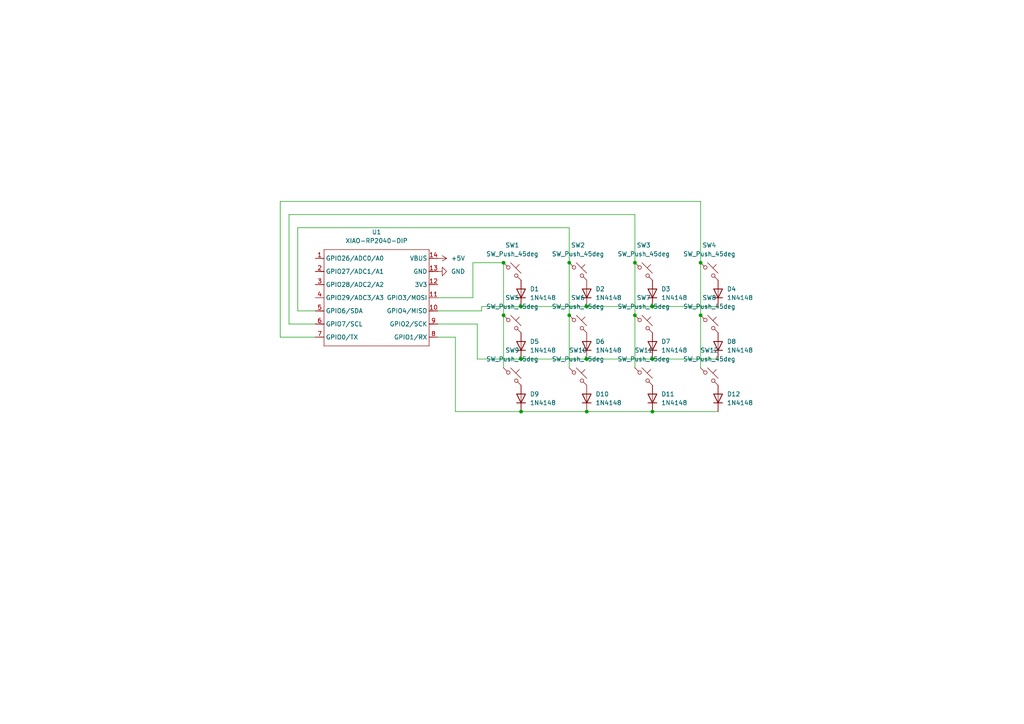
<source format=kicad_sch>
(kicad_sch
	(version 20250114)
	(generator "eeschema")
	(generator_version "9.0")
	(uuid "7ce9fe32-0302-45dd-a820-18f0f8c799ed")
	(paper "A4")
	(lib_symbols
		(symbol "Diode:1N4148"
			(pin_numbers
				(hide yes)
			)
			(pin_names
				(hide yes)
			)
			(exclude_from_sim no)
			(in_bom yes)
			(on_board yes)
			(property "Reference" "D"
				(at 0 2.54 0)
				(effects
					(font
						(size 1.27 1.27)
					)
				)
			)
			(property "Value" "1N4148"
				(at 0 -2.54 0)
				(effects
					(font
						(size 1.27 1.27)
					)
				)
			)
			(property "Footprint" "Diode_THT:D_DO-35_SOD27_P7.62mm_Horizontal"
				(at 0 0 0)
				(effects
					(font
						(size 1.27 1.27)
					)
					(hide yes)
				)
			)
			(property "Datasheet" "https://assets.nexperia.com/documents/data-sheet/1N4148_1N4448.pdf"
				(at 0 0 0)
				(effects
					(font
						(size 1.27 1.27)
					)
					(hide yes)
				)
			)
			(property "Description" "100V 0.15A standard switching diode, DO-35"
				(at 0 0 0)
				(effects
					(font
						(size 1.27 1.27)
					)
					(hide yes)
				)
			)
			(property "Sim.Device" "D"
				(at 0 0 0)
				(effects
					(font
						(size 1.27 1.27)
					)
					(hide yes)
				)
			)
			(property "Sim.Pins" "1=K 2=A"
				(at 0 0 0)
				(effects
					(font
						(size 1.27 1.27)
					)
					(hide yes)
				)
			)
			(property "ki_keywords" "diode"
				(at 0 0 0)
				(effects
					(font
						(size 1.27 1.27)
					)
					(hide yes)
				)
			)
			(property "ki_fp_filters" "D*DO?35*"
				(at 0 0 0)
				(effects
					(font
						(size 1.27 1.27)
					)
					(hide yes)
				)
			)
			(symbol "1N4148_0_1"
				(polyline
					(pts
						(xy -1.27 1.27) (xy -1.27 -1.27)
					)
					(stroke
						(width 0.254)
						(type default)
					)
					(fill
						(type none)
					)
				)
				(polyline
					(pts
						(xy 1.27 1.27) (xy 1.27 -1.27) (xy -1.27 0) (xy 1.27 1.27)
					)
					(stroke
						(width 0.254)
						(type default)
					)
					(fill
						(type none)
					)
				)
				(polyline
					(pts
						(xy 1.27 0) (xy -1.27 0)
					)
					(stroke
						(width 0)
						(type default)
					)
					(fill
						(type none)
					)
				)
			)
			(symbol "1N4148_1_1"
				(pin passive line
					(at -3.81 0 0)
					(length 2.54)
					(name "K"
						(effects
							(font
								(size 1.27 1.27)
							)
						)
					)
					(number "1"
						(effects
							(font
								(size 1.27 1.27)
							)
						)
					)
				)
				(pin passive line
					(at 3.81 0 180)
					(length 2.54)
					(name "A"
						(effects
							(font
								(size 1.27 1.27)
							)
						)
					)
					(number "2"
						(effects
							(font
								(size 1.27 1.27)
							)
						)
					)
				)
			)
			(embedded_fonts no)
		)
		(symbol "Switch:SW_Push_45deg"
			(pin_numbers
				(hide yes)
			)
			(pin_names
				(offset 1.016)
				(hide yes)
			)
			(exclude_from_sim no)
			(in_bom yes)
			(on_board yes)
			(property "Reference" "SW"
				(at 3.048 1.016 0)
				(effects
					(font
						(size 1.27 1.27)
					)
					(justify left)
				)
			)
			(property "Value" "SW_Push_45deg"
				(at 0 -3.81 0)
				(effects
					(font
						(size 1.27 1.27)
					)
				)
			)
			(property "Footprint" ""
				(at 0 0 0)
				(effects
					(font
						(size 1.27 1.27)
					)
					(hide yes)
				)
			)
			(property "Datasheet" "~"
				(at 0 0 0)
				(effects
					(font
						(size 1.27 1.27)
					)
					(hide yes)
				)
			)
			(property "Description" "Push button switch, normally open, two pins, 45° tilted"
				(at 0 0 0)
				(effects
					(font
						(size 1.27 1.27)
					)
					(hide yes)
				)
			)
			(property "ki_keywords" "switch normally-open pushbutton push-button"
				(at 0 0 0)
				(effects
					(font
						(size 1.27 1.27)
					)
					(hide yes)
				)
			)
			(symbol "SW_Push_45deg_0_1"
				(polyline
					(pts
						(xy -2.54 2.54) (xy -1.524 1.524) (xy -1.524 1.524)
					)
					(stroke
						(width 0)
						(type default)
					)
					(fill
						(type none)
					)
				)
				(circle
					(center -1.1684 1.1684)
					(radius 0.508)
					(stroke
						(width 0)
						(type default)
					)
					(fill
						(type none)
					)
				)
				(polyline
					(pts
						(xy -0.508 2.54) (xy 2.54 -0.508)
					)
					(stroke
						(width 0)
						(type default)
					)
					(fill
						(type none)
					)
				)
				(polyline
					(pts
						(xy 1.016 1.016) (xy 2.032 2.032)
					)
					(stroke
						(width 0)
						(type default)
					)
					(fill
						(type none)
					)
				)
				(circle
					(center 1.143 -1.1938)
					(radius 0.508)
					(stroke
						(width 0)
						(type default)
					)
					(fill
						(type none)
					)
				)
				(polyline
					(pts
						(xy 1.524 -1.524) (xy 2.54 -2.54) (xy 2.54 -2.54) (xy 2.54 -2.54)
					)
					(stroke
						(width 0)
						(type default)
					)
					(fill
						(type none)
					)
				)
				(pin passive line
					(at -2.54 2.54 0)
					(length 0)
					(name "1"
						(effects
							(font
								(size 1.27 1.27)
							)
						)
					)
					(number "1"
						(effects
							(font
								(size 1.27 1.27)
							)
						)
					)
				)
				(pin passive line
					(at 2.54 -2.54 180)
					(length 0)
					(name "2"
						(effects
							(font
								(size 1.27 1.27)
							)
						)
					)
					(number "2"
						(effects
							(font
								(size 1.27 1.27)
							)
						)
					)
				)
			)
			(embedded_fonts no)
		)
		(symbol "meow:XIAO-RP2040-DIP"
			(exclude_from_sim no)
			(in_bom yes)
			(on_board yes)
			(property "Reference" "U"
				(at 0 0 0)
				(effects
					(font
						(size 1.27 1.27)
					)
				)
			)
			(property "Value" "XIAO-RP2040-DIP"
				(at 5.334 -1.778 0)
				(effects
					(font
						(size 1.27 1.27)
					)
				)
			)
			(property "Footprint" "OPL:XIAO-RP2040-DIP"
				(at 14.478 -32.258 0)
				(effects
					(font
						(size 1.27 1.27)
					)
					(hide yes)
				)
			)
			(property "Datasheet" ""
				(at 0 0 0)
				(effects
					(font
						(size 1.27 1.27)
					)
					(hide yes)
				)
			)
			(property "Description" ""
				(at 0 0 0)
				(effects
					(font
						(size 1.27 1.27)
					)
					(hide yes)
				)
			)
			(symbol "XIAO-RP2040-DIP_1_0"
				(polyline
					(pts
						(xy -1.27 -2.54) (xy 29.21 -2.54)
					)
					(stroke
						(width 0.1524)
						(type solid)
					)
					(fill
						(type none)
					)
				)
				(polyline
					(pts
						(xy -1.27 -5.08) (xy -2.54 -5.08)
					)
					(stroke
						(width 0.1524)
						(type solid)
					)
					(fill
						(type none)
					)
				)
				(polyline
					(pts
						(xy -1.27 -5.08) (xy -1.27 -2.54)
					)
					(stroke
						(width 0.1524)
						(type solid)
					)
					(fill
						(type none)
					)
				)
				(polyline
					(pts
						(xy -1.27 -8.89) (xy -2.54 -8.89)
					)
					(stroke
						(width 0.1524)
						(type solid)
					)
					(fill
						(type none)
					)
				)
				(polyline
					(pts
						(xy -1.27 -8.89) (xy -1.27 -5.08)
					)
					(stroke
						(width 0.1524)
						(type solid)
					)
					(fill
						(type none)
					)
				)
				(polyline
					(pts
						(xy -1.27 -12.7) (xy -2.54 -12.7)
					)
					(stroke
						(width 0.1524)
						(type solid)
					)
					(fill
						(type none)
					)
				)
				(polyline
					(pts
						(xy -1.27 -12.7) (xy -1.27 -8.89)
					)
					(stroke
						(width 0.1524)
						(type solid)
					)
					(fill
						(type none)
					)
				)
				(polyline
					(pts
						(xy -1.27 -16.51) (xy -2.54 -16.51)
					)
					(stroke
						(width 0.1524)
						(type solid)
					)
					(fill
						(type none)
					)
				)
				(polyline
					(pts
						(xy -1.27 -16.51) (xy -1.27 -12.7)
					)
					(stroke
						(width 0.1524)
						(type solid)
					)
					(fill
						(type none)
					)
				)
				(polyline
					(pts
						(xy -1.27 -20.32) (xy -2.54 -20.32)
					)
					(stroke
						(width 0.1524)
						(type solid)
					)
					(fill
						(type none)
					)
				)
				(polyline
					(pts
						(xy -1.27 -24.13) (xy -2.54 -24.13)
					)
					(stroke
						(width 0.1524)
						(type solid)
					)
					(fill
						(type none)
					)
				)
				(polyline
					(pts
						(xy -1.27 -27.94) (xy -2.54 -27.94)
					)
					(stroke
						(width 0.1524)
						(type solid)
					)
					(fill
						(type none)
					)
				)
				(polyline
					(pts
						(xy -1.27 -30.48) (xy -1.27 -16.51)
					)
					(stroke
						(width 0.1524)
						(type solid)
					)
					(fill
						(type none)
					)
				)
				(polyline
					(pts
						(xy 29.21 -2.54) (xy 29.21 -5.08)
					)
					(stroke
						(width 0.1524)
						(type solid)
					)
					(fill
						(type none)
					)
				)
				(polyline
					(pts
						(xy 29.21 -5.08) (xy 29.21 -8.89)
					)
					(stroke
						(width 0.1524)
						(type solid)
					)
					(fill
						(type none)
					)
				)
				(polyline
					(pts
						(xy 29.21 -8.89) (xy 29.21 -12.7)
					)
					(stroke
						(width 0.1524)
						(type solid)
					)
					(fill
						(type none)
					)
				)
				(polyline
					(pts
						(xy 29.21 -12.7) (xy 29.21 -30.48)
					)
					(stroke
						(width 0.1524)
						(type solid)
					)
					(fill
						(type none)
					)
				)
				(polyline
					(pts
						(xy 29.21 -30.48) (xy -1.27 -30.48)
					)
					(stroke
						(width 0.1524)
						(type solid)
					)
					(fill
						(type none)
					)
				)
				(polyline
					(pts
						(xy 30.48 -5.08) (xy 29.21 -5.08)
					)
					(stroke
						(width 0.1524)
						(type solid)
					)
					(fill
						(type none)
					)
				)
				(polyline
					(pts
						(xy 30.48 -8.89) (xy 29.21 -8.89)
					)
					(stroke
						(width 0.1524)
						(type solid)
					)
					(fill
						(type none)
					)
				)
				(polyline
					(pts
						(xy 30.48 -12.7) (xy 29.21 -12.7)
					)
					(stroke
						(width 0.1524)
						(type solid)
					)
					(fill
						(type none)
					)
				)
				(polyline
					(pts
						(xy 30.48 -16.51) (xy 29.21 -16.51)
					)
					(stroke
						(width 0.1524)
						(type solid)
					)
					(fill
						(type none)
					)
				)
				(polyline
					(pts
						(xy 30.48 -20.32) (xy 29.21 -20.32)
					)
					(stroke
						(width 0.1524)
						(type solid)
					)
					(fill
						(type none)
					)
				)
				(polyline
					(pts
						(xy 30.48 -24.13) (xy 29.21 -24.13)
					)
					(stroke
						(width 0.1524)
						(type solid)
					)
					(fill
						(type none)
					)
				)
				(polyline
					(pts
						(xy 30.48 -27.94) (xy 29.21 -27.94)
					)
					(stroke
						(width 0.1524)
						(type solid)
					)
					(fill
						(type none)
					)
				)
				(pin passive line
					(at -3.81 -5.08 0)
					(length 2.54)
					(name "GPIO26/ADC0/A0"
						(effects
							(font
								(size 1.27 1.27)
							)
						)
					)
					(number "1"
						(effects
							(font
								(size 1.27 1.27)
							)
						)
					)
				)
				(pin passive line
					(at -3.81 -8.89 0)
					(length 2.54)
					(name "GPIO27/ADC1/A1"
						(effects
							(font
								(size 1.27 1.27)
							)
						)
					)
					(number "2"
						(effects
							(font
								(size 1.27 1.27)
							)
						)
					)
				)
				(pin passive line
					(at -3.81 -12.7 0)
					(length 2.54)
					(name "GPIO28/ADC2/A2"
						(effects
							(font
								(size 1.27 1.27)
							)
						)
					)
					(number "3"
						(effects
							(font
								(size 1.27 1.27)
							)
						)
					)
				)
				(pin passive line
					(at -3.81 -16.51 0)
					(length 2.54)
					(name "GPIO29/ADC3/A3"
						(effects
							(font
								(size 1.27 1.27)
							)
						)
					)
					(number "4"
						(effects
							(font
								(size 1.27 1.27)
							)
						)
					)
				)
				(pin passive line
					(at -3.81 -20.32 0)
					(length 2.54)
					(name "GPIO6/SDA"
						(effects
							(font
								(size 1.27 1.27)
							)
						)
					)
					(number "5"
						(effects
							(font
								(size 1.27 1.27)
							)
						)
					)
				)
				(pin passive line
					(at -3.81 -24.13 0)
					(length 2.54)
					(name "GPIO7/SCL"
						(effects
							(font
								(size 1.27 1.27)
							)
						)
					)
					(number "6"
						(effects
							(font
								(size 1.27 1.27)
							)
						)
					)
				)
				(pin passive line
					(at -3.81 -27.94 0)
					(length 2.54)
					(name "GPIO0/TX"
						(effects
							(font
								(size 1.27 1.27)
							)
						)
					)
					(number "7"
						(effects
							(font
								(size 1.27 1.27)
							)
						)
					)
				)
				(pin passive line
					(at 31.75 -5.08 180)
					(length 2.54)
					(name "VBUS"
						(effects
							(font
								(size 1.27 1.27)
							)
						)
					)
					(number "14"
						(effects
							(font
								(size 1.27 1.27)
							)
						)
					)
				)
				(pin passive line
					(at 31.75 -8.89 180)
					(length 2.54)
					(name "GND"
						(effects
							(font
								(size 1.27 1.27)
							)
						)
					)
					(number "13"
						(effects
							(font
								(size 1.27 1.27)
							)
						)
					)
				)
				(pin passive line
					(at 31.75 -12.7 180)
					(length 2.54)
					(name "3V3"
						(effects
							(font
								(size 1.27 1.27)
							)
						)
					)
					(number "12"
						(effects
							(font
								(size 1.27 1.27)
							)
						)
					)
				)
				(pin passive line
					(at 31.75 -16.51 180)
					(length 2.54)
					(name "GPIO3/MOSI"
						(effects
							(font
								(size 1.27 1.27)
							)
						)
					)
					(number "11"
						(effects
							(font
								(size 1.27 1.27)
							)
						)
					)
				)
				(pin passive line
					(at 31.75 -20.32 180)
					(length 2.54)
					(name "GPIO4/MISO"
						(effects
							(font
								(size 1.27 1.27)
							)
						)
					)
					(number "10"
						(effects
							(font
								(size 1.27 1.27)
							)
						)
					)
				)
				(pin passive line
					(at 31.75 -24.13 180)
					(length 2.54)
					(name "GPIO2/SCK"
						(effects
							(font
								(size 1.27 1.27)
							)
						)
					)
					(number "9"
						(effects
							(font
								(size 1.27 1.27)
							)
						)
					)
				)
				(pin passive line
					(at 31.75 -27.94 180)
					(length 2.54)
					(name "GPIO1/RX"
						(effects
							(font
								(size 1.27 1.27)
							)
						)
					)
					(number "8"
						(effects
							(font
								(size 1.27 1.27)
							)
						)
					)
				)
			)
			(embedded_fonts no)
		)
		(symbol "power:+5V"
			(power)
			(pin_numbers
				(hide yes)
			)
			(pin_names
				(offset 0)
				(hide yes)
			)
			(exclude_from_sim no)
			(in_bom yes)
			(on_board yes)
			(property "Reference" "#PWR"
				(at 0 -3.81 0)
				(effects
					(font
						(size 1.27 1.27)
					)
					(hide yes)
				)
			)
			(property "Value" "+5V"
				(at 0 3.556 0)
				(effects
					(font
						(size 1.27 1.27)
					)
				)
			)
			(property "Footprint" ""
				(at 0 0 0)
				(effects
					(font
						(size 1.27 1.27)
					)
					(hide yes)
				)
			)
			(property "Datasheet" ""
				(at 0 0 0)
				(effects
					(font
						(size 1.27 1.27)
					)
					(hide yes)
				)
			)
			(property "Description" "Power symbol creates a global label with name \"+5V\""
				(at 0 0 0)
				(effects
					(font
						(size 1.27 1.27)
					)
					(hide yes)
				)
			)
			(property "ki_keywords" "global power"
				(at 0 0 0)
				(effects
					(font
						(size 1.27 1.27)
					)
					(hide yes)
				)
			)
			(symbol "+5V_0_1"
				(polyline
					(pts
						(xy -0.762 1.27) (xy 0 2.54)
					)
					(stroke
						(width 0)
						(type default)
					)
					(fill
						(type none)
					)
				)
				(polyline
					(pts
						(xy 0 2.54) (xy 0.762 1.27)
					)
					(stroke
						(width 0)
						(type default)
					)
					(fill
						(type none)
					)
				)
				(polyline
					(pts
						(xy 0 0) (xy 0 2.54)
					)
					(stroke
						(width 0)
						(type default)
					)
					(fill
						(type none)
					)
				)
			)
			(symbol "+5V_1_1"
				(pin power_in line
					(at 0 0 90)
					(length 0)
					(name "~"
						(effects
							(font
								(size 1.27 1.27)
							)
						)
					)
					(number "1"
						(effects
							(font
								(size 1.27 1.27)
							)
						)
					)
				)
			)
			(embedded_fonts no)
		)
		(symbol "power:GND"
			(power)
			(pin_numbers
				(hide yes)
			)
			(pin_names
				(offset 0)
				(hide yes)
			)
			(exclude_from_sim no)
			(in_bom yes)
			(on_board yes)
			(property "Reference" "#PWR"
				(at 0 -6.35 0)
				(effects
					(font
						(size 1.27 1.27)
					)
					(hide yes)
				)
			)
			(property "Value" "GND"
				(at 0 -3.81 0)
				(effects
					(font
						(size 1.27 1.27)
					)
				)
			)
			(property "Footprint" ""
				(at 0 0 0)
				(effects
					(font
						(size 1.27 1.27)
					)
					(hide yes)
				)
			)
			(property "Datasheet" ""
				(at 0 0 0)
				(effects
					(font
						(size 1.27 1.27)
					)
					(hide yes)
				)
			)
			(property "Description" "Power symbol creates a global label with name \"GND\" , ground"
				(at 0 0 0)
				(effects
					(font
						(size 1.27 1.27)
					)
					(hide yes)
				)
			)
			(property "ki_keywords" "global power"
				(at 0 0 0)
				(effects
					(font
						(size 1.27 1.27)
					)
					(hide yes)
				)
			)
			(symbol "GND_0_1"
				(polyline
					(pts
						(xy 0 0) (xy 0 -1.27) (xy 1.27 -1.27) (xy 0 -2.54) (xy -1.27 -1.27) (xy 0 -1.27)
					)
					(stroke
						(width 0)
						(type default)
					)
					(fill
						(type none)
					)
				)
			)
			(symbol "GND_1_1"
				(pin power_in line
					(at 0 0 270)
					(length 0)
					(name "~"
						(effects
							(font
								(size 1.27 1.27)
							)
						)
					)
					(number "1"
						(effects
							(font
								(size 1.27 1.27)
							)
						)
					)
				)
			)
			(embedded_fonts no)
		)
	)
	(junction
		(at 170.18 88.9)
		(diameter 0)
		(color 0 0 0 0)
		(uuid "06bba096-2e6b-4362-82a1-47a5c4ac227a")
	)
	(junction
		(at 170.18 104.14)
		(diameter 0)
		(color 0 0 0 0)
		(uuid "15338c89-41dc-4b89-88c8-016f85458a67")
	)
	(junction
		(at 203.2 91.44)
		(diameter 0)
		(color 0 0 0 0)
		(uuid "2177fe5e-445d-483d-a1a1-b6eb55ca78f6")
	)
	(junction
		(at 170.18 119.38)
		(diameter 0)
		(color 0 0 0 0)
		(uuid "2fcf7ed4-e669-461e-90d8-b884fcdd8c40")
	)
	(junction
		(at 203.2 76.2)
		(diameter 0)
		(color 0 0 0 0)
		(uuid "3b72e726-9e0a-45e5-a724-43109cc0c07b")
	)
	(junction
		(at 189.23 119.38)
		(diameter 0)
		(color 0 0 0 0)
		(uuid "51dda7d8-a423-4b48-a85c-f6b065004843")
	)
	(junction
		(at 151.13 119.38)
		(diameter 0)
		(color 0 0 0 0)
		(uuid "5da25eaf-6391-4b60-8751-faa7cf25c514")
	)
	(junction
		(at 165.1 76.2)
		(diameter 0)
		(color 0 0 0 0)
		(uuid "6ffeb522-37e5-4957-a3f3-a199c0a6604c")
	)
	(junction
		(at 184.15 91.44)
		(diameter 0)
		(color 0 0 0 0)
		(uuid "98f1819f-4796-4494-bb9c-66801b77df14")
	)
	(junction
		(at 151.13 88.9)
		(diameter 0)
		(color 0 0 0 0)
		(uuid "9a6dc055-be56-4c6a-9837-021cbadc24fd")
	)
	(junction
		(at 165.1 91.44)
		(diameter 0)
		(color 0 0 0 0)
		(uuid "9ce82035-3546-423c-855e-4340ac54a938")
	)
	(junction
		(at 189.23 88.9)
		(diameter 0)
		(color 0 0 0 0)
		(uuid "a38c422a-a3ca-49f9-ab7d-a04590092dd9")
	)
	(junction
		(at 184.15 76.2)
		(diameter 0)
		(color 0 0 0 0)
		(uuid "b7a40a90-4762-45d7-80a0-c6506532d910")
	)
	(junction
		(at 151.13 104.14)
		(diameter 0)
		(color 0 0 0 0)
		(uuid "c1c96c42-ae7e-4a0a-9edc-58f7066f1f93")
	)
	(junction
		(at 146.05 91.44)
		(diameter 0)
		(color 0 0 0 0)
		(uuid "e3b45906-ae27-4c3f-869d-f1fda0056c84")
	)
	(junction
		(at 189.23 104.14)
		(diameter 0)
		(color 0 0 0 0)
		(uuid "f7893b63-230b-4de4-8f44-ec39314ec916")
	)
	(junction
		(at 146.05 76.2)
		(diameter 0)
		(color 0 0 0 0)
		(uuid "fbbbb8f2-ded9-40f3-9a67-586163581a6c")
	)
	(wire
		(pts
			(xy 170.18 104.14) (xy 189.23 104.14)
		)
		(stroke
			(width 0)
			(type default)
		)
		(uuid "05ee00e6-b35b-4621-a509-5984dbc58a35")
	)
	(wire
		(pts
			(xy 184.15 62.23) (xy 184.15 76.2)
		)
		(stroke
			(width 0)
			(type default)
		)
		(uuid "0b998195-0909-42ef-a592-f2d818a817c0")
	)
	(wire
		(pts
			(xy 151.13 88.9) (xy 170.18 88.9)
		)
		(stroke
			(width 0)
			(type default)
		)
		(uuid "0f98bebd-b2a9-4542-92dd-3ff049ffcda0")
	)
	(wire
		(pts
			(xy 139.7 90.17) (xy 139.7 88.9)
		)
		(stroke
			(width 0)
			(type default)
		)
		(uuid "1154d5ad-4118-4e12-84f7-c758359accc6")
	)
	(wire
		(pts
			(xy 189.23 119.38) (xy 208.28 119.38)
		)
		(stroke
			(width 0)
			(type default)
		)
		(uuid "1b61f554-c55b-4cbd-8ef1-9e8c48205735")
	)
	(wire
		(pts
			(xy 127 97.79) (xy 132.08 97.79)
		)
		(stroke
			(width 0)
			(type default)
		)
		(uuid "1c43adf1-ba59-40bb-9bc0-50cea744a9e2")
	)
	(wire
		(pts
			(xy 91.44 93.98) (xy 83.82 93.98)
		)
		(stroke
			(width 0)
			(type default)
		)
		(uuid "1cc9d879-cf8e-4a92-8f7f-37155fbf1b6e")
	)
	(wire
		(pts
			(xy 184.15 76.2) (xy 184.15 91.44)
		)
		(stroke
			(width 0)
			(type default)
		)
		(uuid "2542c397-df53-4e16-8d11-93ad95665193")
	)
	(wire
		(pts
			(xy 151.13 119.38) (xy 170.18 119.38)
		)
		(stroke
			(width 0)
			(type default)
		)
		(uuid "267cd0d3-be64-45df-86f4-7247cc4a3f72")
	)
	(wire
		(pts
			(xy 146.05 91.44) (xy 146.05 106.68)
		)
		(stroke
			(width 0)
			(type default)
		)
		(uuid "276833cb-bef2-47fa-8a58-185bd62e59f9")
	)
	(wire
		(pts
			(xy 138.43 104.14) (xy 151.13 104.14)
		)
		(stroke
			(width 0)
			(type default)
		)
		(uuid "294df9d0-f1f9-4f22-b4d2-915783db4d9c")
	)
	(wire
		(pts
			(xy 81.28 58.42) (xy 203.2 58.42)
		)
		(stroke
			(width 0)
			(type default)
		)
		(uuid "2f852fe2-09ed-425e-916a-972a8f170abf")
	)
	(wire
		(pts
			(xy 81.28 97.79) (xy 81.28 58.42)
		)
		(stroke
			(width 0)
			(type default)
		)
		(uuid "3dd9f59a-bd14-4572-b357-bc6bed80e2cc")
	)
	(wire
		(pts
			(xy 127 86.36) (xy 137.16 86.36)
		)
		(stroke
			(width 0)
			(type default)
		)
		(uuid "41321a42-3167-46f7-b276-c69e5d39b88b")
	)
	(wire
		(pts
			(xy 127 90.17) (xy 139.7 90.17)
		)
		(stroke
			(width 0)
			(type default)
		)
		(uuid "4145ece3-de72-40a4-9e38-7c235ade60b0")
	)
	(wire
		(pts
			(xy 203.2 58.42) (xy 203.2 76.2)
		)
		(stroke
			(width 0)
			(type default)
		)
		(uuid "4233acd7-4f5a-4c16-ba1e-fd3242ee9262")
	)
	(wire
		(pts
			(xy 170.18 119.38) (xy 189.23 119.38)
		)
		(stroke
			(width 0)
			(type default)
		)
		(uuid "4687d308-0089-4e35-a96f-9b06e3ad7797")
	)
	(wire
		(pts
			(xy 132.08 119.38) (xy 151.13 119.38)
		)
		(stroke
			(width 0)
			(type default)
		)
		(uuid "46ca1616-5a6c-4924-92a7-d477eba756d2")
	)
	(wire
		(pts
			(xy 189.23 88.9) (xy 208.28 88.9)
		)
		(stroke
			(width 0)
			(type default)
		)
		(uuid "4dc2e37b-6a50-4189-ac61-e272e31fecff")
	)
	(wire
		(pts
			(xy 165.1 66.04) (xy 86.36 66.04)
		)
		(stroke
			(width 0)
			(type default)
		)
		(uuid "55cb3c22-559e-4c81-9492-c6f9773695aa")
	)
	(wire
		(pts
			(xy 184.15 91.44) (xy 184.15 106.68)
		)
		(stroke
			(width 0)
			(type default)
		)
		(uuid "6e08f145-9401-4943-b72b-61a973175e9f")
	)
	(wire
		(pts
			(xy 203.2 91.44) (xy 203.2 106.68)
		)
		(stroke
			(width 0)
			(type default)
		)
		(uuid "6ffe92d1-ba58-43df-814b-6389319dd242")
	)
	(wire
		(pts
			(xy 203.2 76.2) (xy 203.2 91.44)
		)
		(stroke
			(width 0)
			(type default)
		)
		(uuid "73440d56-38e2-450a-9d9e-8a8804d4a4b8")
	)
	(wire
		(pts
			(xy 83.82 93.98) (xy 83.82 62.23)
		)
		(stroke
			(width 0)
			(type default)
		)
		(uuid "75a5c5d6-03ec-4207-8ec2-dbe96a385753")
	)
	(wire
		(pts
			(xy 127 93.98) (xy 138.43 93.98)
		)
		(stroke
			(width 0)
			(type default)
		)
		(uuid "76241a67-1bf7-44d9-be56-ccb60b7742a8")
	)
	(wire
		(pts
			(xy 165.1 91.44) (xy 165.1 106.68)
		)
		(stroke
			(width 0)
			(type default)
		)
		(uuid "7c783e56-74af-48b9-bc74-c936e1b79648")
	)
	(wire
		(pts
			(xy 138.43 93.98) (xy 138.43 104.14)
		)
		(stroke
			(width 0)
			(type default)
		)
		(uuid "95c9a8a2-8c64-42eb-8277-2cc7f90ce226")
	)
	(wire
		(pts
			(xy 132.08 97.79) (xy 132.08 119.38)
		)
		(stroke
			(width 0)
			(type default)
		)
		(uuid "a141cc20-eadd-4233-8830-2228ae033bf4")
	)
	(wire
		(pts
			(xy 83.82 62.23) (xy 184.15 62.23)
		)
		(stroke
			(width 0)
			(type default)
		)
		(uuid "abfe7ffa-4026-4177-9c8f-08d0c40c31a2")
	)
	(wire
		(pts
			(xy 189.23 104.14) (xy 208.28 104.14)
		)
		(stroke
			(width 0)
			(type default)
		)
		(uuid "bb9497b8-62d7-4531-8d08-c64303c793e1")
	)
	(wire
		(pts
			(xy 170.18 88.9) (xy 189.23 88.9)
		)
		(stroke
			(width 0)
			(type default)
		)
		(uuid "bc907ef5-ed18-4b54-bc5b-49fa3db84b3e")
	)
	(wire
		(pts
			(xy 86.36 90.17) (xy 91.44 90.17)
		)
		(stroke
			(width 0)
			(type default)
		)
		(uuid "bd8fad8a-4beb-4564-9f63-ce22cfe82d1e")
	)
	(wire
		(pts
			(xy 146.05 76.2) (xy 146.05 91.44)
		)
		(stroke
			(width 0)
			(type default)
		)
		(uuid "bf0d5b7d-b3dc-42fe-978e-ccdcce283ee3")
	)
	(wire
		(pts
			(xy 139.7 88.9) (xy 151.13 88.9)
		)
		(stroke
			(width 0)
			(type default)
		)
		(uuid "bf209522-7ea8-43b0-9b0e-6163fb12f270")
	)
	(wire
		(pts
			(xy 165.1 66.04) (xy 165.1 76.2)
		)
		(stroke
			(width 0)
			(type default)
		)
		(uuid "c73f11bf-84d0-41fc-a104-af50fef4f355")
	)
	(wire
		(pts
			(xy 151.13 104.14) (xy 170.18 104.14)
		)
		(stroke
			(width 0)
			(type default)
		)
		(uuid "ce5780b2-cd35-4aee-8b8c-c27b73647a7a")
	)
	(wire
		(pts
			(xy 91.44 97.79) (xy 81.28 97.79)
		)
		(stroke
			(width 0)
			(type default)
		)
		(uuid "d9c8da83-b5e9-4c5d-8b14-3db79dc231ef")
	)
	(wire
		(pts
			(xy 86.36 66.04) (xy 86.36 90.17)
		)
		(stroke
			(width 0)
			(type default)
		)
		(uuid "dfe9f6a7-430c-4a4f-ade1-0a33173ed650")
	)
	(wire
		(pts
			(xy 165.1 76.2) (xy 165.1 91.44)
		)
		(stroke
			(width 0)
			(type default)
		)
		(uuid "e457ade5-7077-4c6d-b8ee-1725c65a1d22")
	)
	(wire
		(pts
			(xy 137.16 86.36) (xy 137.16 76.2)
		)
		(stroke
			(width 0)
			(type default)
		)
		(uuid "e61195b0-cd47-4b30-b035-2ef8f7bd9586")
	)
	(wire
		(pts
			(xy 137.16 76.2) (xy 146.05 76.2)
		)
		(stroke
			(width 0)
			(type default)
		)
		(uuid "fb4ba353-1da6-40c7-b184-12869a81f226")
	)
	(symbol
		(lib_id "Switch:SW_Push_45deg")
		(at 167.64 93.98 0)
		(unit 1)
		(exclude_from_sim no)
		(in_bom yes)
		(on_board yes)
		(dnp no)
		(fields_autoplaced yes)
		(uuid "0de4042e-d64f-4eaf-915a-f94542058b86")
		(property "Reference" "SW6"
			(at 167.64 86.36 0)
			(effects
				(font
					(size 1.27 1.27)
				)
			)
		)
		(property "Value" "SW_Push_45deg"
			(at 167.64 88.9 0)
			(effects
				(font
					(size 1.27 1.27)
				)
			)
		)
		(property "Footprint" "Button_Switch_Keyboard:SW_Cherry_MX_1.00u_PCB"
			(at 167.64 93.98 0)
			(effects
				(font
					(size 1.27 1.27)
				)
				(hide yes)
			)
		)
		(property "Datasheet" "~"
			(at 167.64 93.98 0)
			(effects
				(font
					(size 1.27 1.27)
				)
				(hide yes)
			)
		)
		(property "Description" "Push button switch, normally open, two pins, 45° tilted"
			(at 167.64 93.98 0)
			(effects
				(font
					(size 1.27 1.27)
				)
				(hide yes)
			)
		)
		(pin "1"
			(uuid "0dd45c82-98d4-490c-9d47-2bc4bb6fade1")
		)
		(pin "2"
			(uuid "e8b70809-8756-4fa8-9c7f-3183404c3a27")
		)
		(instances
			(project ""
				(path "/7ce9fe32-0302-45dd-a820-18f0f8c799ed"
					(reference "SW6")
					(unit 1)
				)
			)
		)
	)
	(symbol
		(lib_id "Diode:1N4148")
		(at 208.28 85.09 90)
		(unit 1)
		(exclude_from_sim no)
		(in_bom yes)
		(on_board yes)
		(dnp no)
		(fields_autoplaced yes)
		(uuid "118add2b-a7aa-411c-99d7-0af0007d9dcd")
		(property "Reference" "D4"
			(at 210.82 83.8199 90)
			(effects
				(font
					(size 1.27 1.27)
				)
				(justify right)
			)
		)
		(property "Value" "1N4148"
			(at 210.82 86.3599 90)
			(effects
				(font
					(size 1.27 1.27)
				)
				(justify right)
			)
		)
		(property "Footprint" "Diode_THT:D_DO-35_SOD27_P7.62mm_Horizontal"
			(at 208.28 85.09 0)
			(effects
				(font
					(size 1.27 1.27)
				)
				(hide yes)
			)
		)
		(property "Datasheet" "https://assets.nexperia.com/documents/data-sheet/1N4148_1N4448.pdf"
			(at 208.28 85.09 0)
			(effects
				(font
					(size 1.27 1.27)
				)
				(hide yes)
			)
		)
		(property "Description" "100V 0.15A standard switching diode, DO-35"
			(at 208.28 85.09 0)
			(effects
				(font
					(size 1.27 1.27)
				)
				(hide yes)
			)
		)
		(property "Sim.Device" "D"
			(at 208.28 85.09 0)
			(effects
				(font
					(size 1.27 1.27)
				)
				(hide yes)
			)
		)
		(property "Sim.Pins" "1=K 2=A"
			(at 208.28 85.09 0)
			(effects
				(font
					(size 1.27 1.27)
				)
				(hide yes)
			)
		)
		(pin "1"
			(uuid "a0634696-56f8-4fc6-82ec-cffd907a096c")
		)
		(pin "2"
			(uuid "50198d40-fd61-4b0f-b93a-4cce0deac69c")
		)
		(instances
			(project ""
				(path "/7ce9fe32-0302-45dd-a820-18f0f8c799ed"
					(reference "D4")
					(unit 1)
				)
			)
		)
	)
	(symbol
		(lib_id "Diode:1N4148")
		(at 208.28 115.57 90)
		(unit 1)
		(exclude_from_sim no)
		(in_bom yes)
		(on_board yes)
		(dnp no)
		(fields_autoplaced yes)
		(uuid "1646dd55-36e9-4422-85b6-e9bb4999ceba")
		(property "Reference" "D12"
			(at 210.82 114.2999 90)
			(effects
				(font
					(size 1.27 1.27)
				)
				(justify right)
			)
		)
		(property "Value" "1N4148"
			(at 210.82 116.8399 90)
			(effects
				(font
					(size 1.27 1.27)
				)
				(justify right)
			)
		)
		(property "Footprint" "Diode_THT:D_DO-35_SOD27_P7.62mm_Horizontal"
			(at 208.28 115.57 0)
			(effects
				(font
					(size 1.27 1.27)
				)
				(hide yes)
			)
		)
		(property "Datasheet" "https://assets.nexperia.com/documents/data-sheet/1N4148_1N4448.pdf"
			(at 208.28 115.57 0)
			(effects
				(font
					(size 1.27 1.27)
				)
				(hide yes)
			)
		)
		(property "Description" "100V 0.15A standard switching diode, DO-35"
			(at 208.28 115.57 0)
			(effects
				(font
					(size 1.27 1.27)
				)
				(hide yes)
			)
		)
		(property "Sim.Device" "D"
			(at 208.28 115.57 0)
			(effects
				(font
					(size 1.27 1.27)
				)
				(hide yes)
			)
		)
		(property "Sim.Pins" "1=K 2=A"
			(at 208.28 115.57 0)
			(effects
				(font
					(size 1.27 1.27)
				)
				(hide yes)
			)
		)
		(pin "1"
			(uuid "a0634696-56f8-4fc6-82ec-cffd907a096d")
		)
		(pin "2"
			(uuid "50198d40-fd61-4b0f-b93a-4cce0deac69d")
		)
		(instances
			(project ""
				(path "/7ce9fe32-0302-45dd-a820-18f0f8c799ed"
					(reference "D12")
					(unit 1)
				)
			)
		)
	)
	(symbol
		(lib_id "Switch:SW_Push_45deg")
		(at 148.59 78.74 0)
		(unit 1)
		(exclude_from_sim no)
		(in_bom yes)
		(on_board yes)
		(dnp no)
		(fields_autoplaced yes)
		(uuid "1a1e37af-918f-42d0-8cb4-e58101d4e5a9")
		(property "Reference" "SW1"
			(at 148.59 71.12 0)
			(effects
				(font
					(size 1.27 1.27)
				)
			)
		)
		(property "Value" "SW_Push_45deg"
			(at 148.59 73.66 0)
			(effects
				(font
					(size 1.27 1.27)
				)
			)
		)
		(property "Footprint" "Button_Switch_Keyboard:SW_Cherry_MX_1.00u_PCB"
			(at 148.59 78.74 0)
			(effects
				(font
					(size 1.27 1.27)
				)
				(hide yes)
			)
		)
		(property "Datasheet" "~"
			(at 148.59 78.74 0)
			(effects
				(font
					(size 1.27 1.27)
				)
				(hide yes)
			)
		)
		(property "Description" "Push button switch, normally open, two pins, 45° tilted"
			(at 148.59 78.74 0)
			(effects
				(font
					(size 1.27 1.27)
				)
				(hide yes)
			)
		)
		(pin "2"
			(uuid "823e839e-82e1-4500-a693-e15c4b3b79ca")
		)
		(pin "1"
			(uuid "5eb1616e-3821-4f40-9202-c2e4ce11a21d")
		)
		(instances
			(project ""
				(path "/7ce9fe32-0302-45dd-a820-18f0f8c799ed"
					(reference "SW1")
					(unit 1)
				)
			)
		)
	)
	(symbol
		(lib_id "Switch:SW_Push_45deg")
		(at 148.59 109.22 0)
		(unit 1)
		(exclude_from_sim no)
		(in_bom yes)
		(on_board yes)
		(dnp no)
		(fields_autoplaced yes)
		(uuid "1a24b3f8-552c-48ca-8fb4-339a7cc1f281")
		(property "Reference" "SW9"
			(at 148.59 101.6 0)
			(effects
				(font
					(size 1.27 1.27)
				)
			)
		)
		(property "Value" "SW_Push_45deg"
			(at 148.59 104.14 0)
			(effects
				(font
					(size 1.27 1.27)
				)
			)
		)
		(property "Footprint" "Button_Switch_Keyboard:SW_Cherry_MX_1.00u_PCB"
			(at 148.59 109.22 0)
			(effects
				(font
					(size 1.27 1.27)
				)
				(hide yes)
			)
		)
		(property "Datasheet" "~"
			(at 148.59 109.22 0)
			(effects
				(font
					(size 1.27 1.27)
				)
				(hide yes)
			)
		)
		(property "Description" "Push button switch, normally open, two pins, 45° tilted"
			(at 148.59 109.22 0)
			(effects
				(font
					(size 1.27 1.27)
				)
				(hide yes)
			)
		)
		(pin "1"
			(uuid "6af8f197-daad-4618-b442-89fc468523b2")
		)
		(pin "2"
			(uuid "ce58bc08-4812-44e5-9c2f-24fed23c9624")
		)
		(instances
			(project ""
				(path "/7ce9fe32-0302-45dd-a820-18f0f8c799ed"
					(reference "SW9")
					(unit 1)
				)
			)
		)
	)
	(symbol
		(lib_id "Diode:1N4148")
		(at 151.13 85.09 90)
		(unit 1)
		(exclude_from_sim no)
		(in_bom yes)
		(on_board yes)
		(dnp no)
		(fields_autoplaced yes)
		(uuid "2188d91d-c469-4b6d-9db1-62ccbd19840e")
		(property "Reference" "D1"
			(at 153.67 83.8199 90)
			(effects
				(font
					(size 1.27 1.27)
				)
				(justify right)
			)
		)
		(property "Value" "1N4148"
			(at 153.67 86.3599 90)
			(effects
				(font
					(size 1.27 1.27)
				)
				(justify right)
			)
		)
		(property "Footprint" "Diode_THT:D_DO-35_SOD27_P7.62mm_Horizontal"
			(at 151.13 85.09 0)
			(effects
				(font
					(size 1.27 1.27)
				)
				(hide yes)
			)
		)
		(property "Datasheet" "https://assets.nexperia.com/documents/data-sheet/1N4148_1N4448.pdf"
			(at 151.13 85.09 0)
			(effects
				(font
					(size 1.27 1.27)
				)
				(hide yes)
			)
		)
		(property "Description" "100V 0.15A standard switching diode, DO-35"
			(at 151.13 85.09 0)
			(effects
				(font
					(size 1.27 1.27)
				)
				(hide yes)
			)
		)
		(property "Sim.Device" "D"
			(at 151.13 85.09 0)
			(effects
				(font
					(size 1.27 1.27)
				)
				(hide yes)
			)
		)
		(property "Sim.Pins" "1=K 2=A"
			(at 151.13 85.09 0)
			(effects
				(font
					(size 1.27 1.27)
				)
				(hide yes)
			)
		)
		(pin "1"
			(uuid "a0634696-56f8-4fc6-82ec-cffd907a096e")
		)
		(pin "2"
			(uuid "50198d40-fd61-4b0f-b93a-4cce0deac69e")
		)
		(instances
			(project ""
				(path "/7ce9fe32-0302-45dd-a820-18f0f8c799ed"
					(reference "D1")
					(unit 1)
				)
			)
		)
	)
	(symbol
		(lib_id "Switch:SW_Push_45deg")
		(at 186.69 93.98 0)
		(unit 1)
		(exclude_from_sim no)
		(in_bom yes)
		(on_board yes)
		(dnp no)
		(fields_autoplaced yes)
		(uuid "2ca3bc0c-645a-4fb7-ac5e-a90d2ff0dca9")
		(property "Reference" "SW7"
			(at 186.69 86.36 0)
			(effects
				(font
					(size 1.27 1.27)
				)
			)
		)
		(property "Value" "SW_Push_45deg"
			(at 186.69 88.9 0)
			(effects
				(font
					(size 1.27 1.27)
				)
			)
		)
		(property "Footprint" "Button_Switch_Keyboard:SW_Cherry_MX_1.00u_PCB"
			(at 186.69 93.98 0)
			(effects
				(font
					(size 1.27 1.27)
				)
				(hide yes)
			)
		)
		(property "Datasheet" "~"
			(at 186.69 93.98 0)
			(effects
				(font
					(size 1.27 1.27)
				)
				(hide yes)
			)
		)
		(property "Description" "Push button switch, normally open, two pins, 45° tilted"
			(at 186.69 93.98 0)
			(effects
				(font
					(size 1.27 1.27)
				)
				(hide yes)
			)
		)
		(pin "1"
			(uuid "b42b74ca-807e-43df-8898-444f51a1adac")
		)
		(pin "2"
			(uuid "3056b241-d8ea-4b1a-808a-1fd7a499fc85")
		)
		(instances
			(project ""
				(path "/7ce9fe32-0302-45dd-a820-18f0f8c799ed"
					(reference "SW7")
					(unit 1)
				)
			)
		)
	)
	(symbol
		(lib_id "Diode:1N4148")
		(at 208.28 100.33 90)
		(unit 1)
		(exclude_from_sim no)
		(in_bom yes)
		(on_board yes)
		(dnp no)
		(fields_autoplaced yes)
		(uuid "46af633b-0544-40a0-a1fd-b3462d85ea2b")
		(property "Reference" "D8"
			(at 210.82 99.0599 90)
			(effects
				(font
					(size 1.27 1.27)
				)
				(justify right)
			)
		)
		(property "Value" "1N4148"
			(at 210.82 101.5999 90)
			(effects
				(font
					(size 1.27 1.27)
				)
				(justify right)
			)
		)
		(property "Footprint" "Diode_THT:D_DO-35_SOD27_P7.62mm_Horizontal"
			(at 208.28 100.33 0)
			(effects
				(font
					(size 1.27 1.27)
				)
				(hide yes)
			)
		)
		(property "Datasheet" "https://assets.nexperia.com/documents/data-sheet/1N4148_1N4448.pdf"
			(at 208.28 100.33 0)
			(effects
				(font
					(size 1.27 1.27)
				)
				(hide yes)
			)
		)
		(property "Description" "100V 0.15A standard switching diode, DO-35"
			(at 208.28 100.33 0)
			(effects
				(font
					(size 1.27 1.27)
				)
				(hide yes)
			)
		)
		(property "Sim.Device" "D"
			(at 208.28 100.33 0)
			(effects
				(font
					(size 1.27 1.27)
				)
				(hide yes)
			)
		)
		(property "Sim.Pins" "1=K 2=A"
			(at 208.28 100.33 0)
			(effects
				(font
					(size 1.27 1.27)
				)
				(hide yes)
			)
		)
		(pin "1"
			(uuid "a0634696-56f8-4fc6-82ec-cffd907a096f")
		)
		(pin "2"
			(uuid "50198d40-fd61-4b0f-b93a-4cce0deac69f")
		)
		(instances
			(project ""
				(path "/7ce9fe32-0302-45dd-a820-18f0f8c799ed"
					(reference "D8")
					(unit 1)
				)
			)
		)
	)
	(symbol
		(lib_id "Diode:1N4148")
		(at 151.13 115.57 90)
		(unit 1)
		(exclude_from_sim no)
		(in_bom yes)
		(on_board yes)
		(dnp no)
		(fields_autoplaced yes)
		(uuid "478730f7-ac84-40e0-9355-44dc7025321e")
		(property "Reference" "D9"
			(at 153.67 114.2999 90)
			(effects
				(font
					(size 1.27 1.27)
				)
				(justify right)
			)
		)
		(property "Value" "1N4148"
			(at 153.67 116.8399 90)
			(effects
				(font
					(size 1.27 1.27)
				)
				(justify right)
			)
		)
		(property "Footprint" "Diode_THT:D_DO-35_SOD27_P7.62mm_Horizontal"
			(at 151.13 115.57 0)
			(effects
				(font
					(size 1.27 1.27)
				)
				(hide yes)
			)
		)
		(property "Datasheet" "https://assets.nexperia.com/documents/data-sheet/1N4148_1N4448.pdf"
			(at 151.13 115.57 0)
			(effects
				(font
					(size 1.27 1.27)
				)
				(hide yes)
			)
		)
		(property "Description" "100V 0.15A standard switching diode, DO-35"
			(at 151.13 115.57 0)
			(effects
				(font
					(size 1.27 1.27)
				)
				(hide yes)
			)
		)
		(property "Sim.Device" "D"
			(at 151.13 115.57 0)
			(effects
				(font
					(size 1.27 1.27)
				)
				(hide yes)
			)
		)
		(property "Sim.Pins" "1=K 2=A"
			(at 151.13 115.57 0)
			(effects
				(font
					(size 1.27 1.27)
				)
				(hide yes)
			)
		)
		(pin "1"
			(uuid "a0634696-56f8-4fc6-82ec-cffd907a0970")
		)
		(pin "2"
			(uuid "50198d40-fd61-4b0f-b93a-4cce0deac6a0")
		)
		(instances
			(project ""
				(path "/7ce9fe32-0302-45dd-a820-18f0f8c799ed"
					(reference "D9")
					(unit 1)
				)
			)
		)
	)
	(symbol
		(lib_id "meow:XIAO-RP2040-DIP")
		(at 95.25 69.85 0)
		(unit 1)
		(exclude_from_sim no)
		(in_bom yes)
		(on_board yes)
		(dnp no)
		(fields_autoplaced yes)
		(uuid "4a44c2b0-bba3-45cf-b993-ed8225514a11")
		(property "Reference" "U1"
			(at 109.22 67.31 0)
			(effects
				(font
					(size 1.27 1.27)
				)
			)
		)
		(property "Value" "XIAO-RP2040-DIP"
			(at 109.22 69.85 0)
			(effects
				(font
					(size 1.27 1.27)
				)
			)
		)
		(property "Footprint" "OPL:XIAO-RP2040-DIP"
			(at 109.728 102.108 0)
			(effects
				(font
					(size 1.27 1.27)
				)
				(hide yes)
			)
		)
		(property "Datasheet" ""
			(at 95.25 69.85 0)
			(effects
				(font
					(size 1.27 1.27)
				)
				(hide yes)
			)
		)
		(property "Description" ""
			(at 95.25 69.85 0)
			(effects
				(font
					(size 1.27 1.27)
				)
				(hide yes)
			)
		)
		(pin "4"
			(uuid "e6e84a53-d1cf-4c16-914a-95523fb531d5")
		)
		(pin "11"
			(uuid "9ffd416e-3e54-4de2-96ac-b1c857733346")
		)
		(pin "8"
			(uuid "0bf23bf3-714f-4288-8917-9eb97f805d33")
		)
		(pin "10"
			(uuid "c3c477a7-9a2a-4fc0-b824-4bfff5dd52e9")
		)
		(pin "3"
			(uuid "b6f35219-8d54-480a-9b56-decf28597eb6")
		)
		(pin "12"
			(uuid "ffcc4e01-2ee6-4e80-9909-5c6b39756e70")
		)
		(pin "7"
			(uuid "6207e04a-637b-49b2-99d1-f806b92caf72")
		)
		(pin "14"
			(uuid "d5b235da-021d-4c5b-a14c-838424459b1c")
		)
		(pin "1"
			(uuid "37de7241-87b9-465f-8ef8-aee86a55afe8")
		)
		(pin "2"
			(uuid "896e9d78-47a8-4695-b92c-7be3e6d47ab9")
		)
		(pin "5"
			(uuid "7c5c29c0-b306-4ce6-99ae-1ae2b9ad5258")
		)
		(pin "6"
			(uuid "7b33ba46-e33a-45a0-bbfb-1d19af77993f")
		)
		(pin "13"
			(uuid "ae5a26bc-2f7e-4fca-9c3e-f3a00909f60a")
		)
		(pin "9"
			(uuid "f43dc05b-8b06-4338-9109-37a0217ea603")
		)
		(instances
			(project ""
				(path "/7ce9fe32-0302-45dd-a820-18f0f8c799ed"
					(reference "U1")
					(unit 1)
				)
			)
		)
	)
	(symbol
		(lib_id "Switch:SW_Push_45deg")
		(at 186.69 78.74 0)
		(unit 1)
		(exclude_from_sim no)
		(in_bom yes)
		(on_board yes)
		(dnp no)
		(fields_autoplaced yes)
		(uuid "50253e40-a457-4d2b-97fb-aa735d31b1af")
		(property "Reference" "SW3"
			(at 186.69 71.12 0)
			(effects
				(font
					(size 1.27 1.27)
				)
			)
		)
		(property "Value" "SW_Push_45deg"
			(at 186.69 73.66 0)
			(effects
				(font
					(size 1.27 1.27)
				)
			)
		)
		(property "Footprint" "Button_Switch_Keyboard:SW_Cherry_MX_1.00u_PCB"
			(at 186.69 78.74 0)
			(effects
				(font
					(size 1.27 1.27)
				)
				(hide yes)
			)
		)
		(property "Datasheet" "~"
			(at 186.69 78.74 0)
			(effects
				(font
					(size 1.27 1.27)
				)
				(hide yes)
			)
		)
		(property "Description" "Push button switch, normally open, two pins, 45° tilted"
			(at 186.69 78.74 0)
			(effects
				(font
					(size 1.27 1.27)
				)
				(hide yes)
			)
		)
		(pin "2"
			(uuid "460051dd-17eb-4d31-a078-dab0717b229a")
		)
		(pin "1"
			(uuid "93be1d5a-19d5-43c3-92d5-23d14f417ed2")
		)
		(instances
			(project ""
				(path "/7ce9fe32-0302-45dd-a820-18f0f8c799ed"
					(reference "SW3")
					(unit 1)
				)
			)
		)
	)
	(symbol
		(lib_id "Diode:1N4148")
		(at 189.23 85.09 90)
		(unit 1)
		(exclude_from_sim no)
		(in_bom yes)
		(on_board yes)
		(dnp no)
		(fields_autoplaced yes)
		(uuid "6a0604e7-b8fd-443f-b66a-60ddb96a315a")
		(property "Reference" "D3"
			(at 191.77 83.8199 90)
			(effects
				(font
					(size 1.27 1.27)
				)
				(justify right)
			)
		)
		(property "Value" "1N4148"
			(at 191.77 86.3599 90)
			(effects
				(font
					(size 1.27 1.27)
				)
				(justify right)
			)
		)
		(property "Footprint" "Diode_THT:D_DO-35_SOD27_P7.62mm_Horizontal"
			(at 189.23 85.09 0)
			(effects
				(font
					(size 1.27 1.27)
				)
				(hide yes)
			)
		)
		(property "Datasheet" "https://assets.nexperia.com/documents/data-sheet/1N4148_1N4448.pdf"
			(at 189.23 85.09 0)
			(effects
				(font
					(size 1.27 1.27)
				)
				(hide yes)
			)
		)
		(property "Description" "100V 0.15A standard switching diode, DO-35"
			(at 189.23 85.09 0)
			(effects
				(font
					(size 1.27 1.27)
				)
				(hide yes)
			)
		)
		(property "Sim.Device" "D"
			(at 189.23 85.09 0)
			(effects
				(font
					(size 1.27 1.27)
				)
				(hide yes)
			)
		)
		(property "Sim.Pins" "1=K 2=A"
			(at 189.23 85.09 0)
			(effects
				(font
					(size 1.27 1.27)
				)
				(hide yes)
			)
		)
		(pin "1"
			(uuid "a0634696-56f8-4fc6-82ec-cffd907a0971")
		)
		(pin "2"
			(uuid "50198d40-fd61-4b0f-b93a-4cce0deac6a1")
		)
		(instances
			(project ""
				(path "/7ce9fe32-0302-45dd-a820-18f0f8c799ed"
					(reference "D3")
					(unit 1)
				)
			)
		)
	)
	(symbol
		(lib_id "Switch:SW_Push_45deg")
		(at 205.74 93.98 0)
		(unit 1)
		(exclude_from_sim no)
		(in_bom yes)
		(on_board yes)
		(dnp no)
		(fields_autoplaced yes)
		(uuid "6a5fe9a1-7ab3-448a-b797-431b7033cda4")
		(property "Reference" "SW8"
			(at 205.74 86.36 0)
			(effects
				(font
					(size 1.27 1.27)
				)
			)
		)
		(property "Value" "SW_Push_45deg"
			(at 205.74 88.9 0)
			(effects
				(font
					(size 1.27 1.27)
				)
			)
		)
		(property "Footprint" "Button_Switch_Keyboard:SW_Cherry_MX_1.00u_PCB"
			(at 205.74 93.98 0)
			(effects
				(font
					(size 1.27 1.27)
				)
				(hide yes)
			)
		)
		(property "Datasheet" "~"
			(at 205.74 93.98 0)
			(effects
				(font
					(size 1.27 1.27)
				)
				(hide yes)
			)
		)
		(property "Description" "Push button switch, normally open, two pins, 45° tilted"
			(at 205.74 93.98 0)
			(effects
				(font
					(size 1.27 1.27)
				)
				(hide yes)
			)
		)
		(pin "1"
			(uuid "a17d4d21-1a85-4235-9810-f939e530bdb2")
		)
		(pin "2"
			(uuid "1b234ae8-60c4-4154-a47b-4f4463fe958d")
		)
		(instances
			(project ""
				(path "/7ce9fe32-0302-45dd-a820-18f0f8c799ed"
					(reference "SW8")
					(unit 1)
				)
			)
		)
	)
	(symbol
		(lib_id "Switch:SW_Push_45deg")
		(at 205.74 109.22 0)
		(unit 1)
		(exclude_from_sim no)
		(in_bom yes)
		(on_board yes)
		(dnp no)
		(fields_autoplaced yes)
		(uuid "74751ee2-2166-42bf-8d1b-2737ae7140aa")
		(property "Reference" "SW12"
			(at 205.74 101.6 0)
			(effects
				(font
					(size 1.27 1.27)
				)
			)
		)
		(property "Value" "SW_Push_45deg"
			(at 205.74 104.14 0)
			(effects
				(font
					(size 1.27 1.27)
				)
			)
		)
		(property "Footprint" "Button_Switch_Keyboard:SW_Cherry_MX_1.00u_PCB"
			(at 205.74 109.22 0)
			(effects
				(font
					(size 1.27 1.27)
				)
				(hide yes)
			)
		)
		(property "Datasheet" "~"
			(at 205.74 109.22 0)
			(effects
				(font
					(size 1.27 1.27)
				)
				(hide yes)
			)
		)
		(property "Description" "Push button switch, normally open, two pins, 45° tilted"
			(at 205.74 109.22 0)
			(effects
				(font
					(size 1.27 1.27)
				)
				(hide yes)
			)
		)
		(pin "1"
			(uuid "32e138f0-395a-4613-aa48-34c97ffcce2b")
		)
		(pin "2"
			(uuid "272009e9-7a8a-474e-b7f6-440c9286edf3")
		)
		(instances
			(project ""
				(path "/7ce9fe32-0302-45dd-a820-18f0f8c799ed"
					(reference "SW12")
					(unit 1)
				)
			)
		)
	)
	(symbol
		(lib_id "Switch:SW_Push_45deg")
		(at 205.74 78.74 0)
		(unit 1)
		(exclude_from_sim no)
		(in_bom yes)
		(on_board yes)
		(dnp no)
		(fields_autoplaced yes)
		(uuid "8fb9e46d-202f-4f87-a6f3-c2a3ae4116a1")
		(property "Reference" "SW4"
			(at 205.74 71.12 0)
			(effects
				(font
					(size 1.27 1.27)
				)
			)
		)
		(property "Value" "SW_Push_45deg"
			(at 205.74 73.66 0)
			(effects
				(font
					(size 1.27 1.27)
				)
			)
		)
		(property "Footprint" "Button_Switch_Keyboard:SW_Cherry_MX_1.00u_PCB"
			(at 205.74 78.74 0)
			(effects
				(font
					(size 1.27 1.27)
				)
				(hide yes)
			)
		)
		(property "Datasheet" "~"
			(at 205.74 78.74 0)
			(effects
				(font
					(size 1.27 1.27)
				)
				(hide yes)
			)
		)
		(property "Description" "Push button switch, normally open, two pins, 45° tilted"
			(at 205.74 78.74 0)
			(effects
				(font
					(size 1.27 1.27)
				)
				(hide yes)
			)
		)
		(pin "2"
			(uuid "75bb38ca-e5e2-4ec9-888c-ec02c7f67a37")
		)
		(pin "1"
			(uuid "e4298f48-142f-4dd4-bddb-6a6d78ddf98d")
		)
		(instances
			(project ""
				(path "/7ce9fe32-0302-45dd-a820-18f0f8c799ed"
					(reference "SW4")
					(unit 1)
				)
			)
		)
	)
	(symbol
		(lib_id "Diode:1N4148")
		(at 170.18 100.33 90)
		(unit 1)
		(exclude_from_sim no)
		(in_bom yes)
		(on_board yes)
		(dnp no)
		(fields_autoplaced yes)
		(uuid "8fd1eb3c-9d0e-4481-88c0-29eb70903f18")
		(property "Reference" "D6"
			(at 172.72 99.0599 90)
			(effects
				(font
					(size 1.27 1.27)
				)
				(justify right)
			)
		)
		(property "Value" "1N4148"
			(at 172.72 101.5999 90)
			(effects
				(font
					(size 1.27 1.27)
				)
				(justify right)
			)
		)
		(property "Footprint" "Diode_THT:D_DO-35_SOD27_P7.62mm_Horizontal"
			(at 170.18 100.33 0)
			(effects
				(font
					(size 1.27 1.27)
				)
				(hide yes)
			)
		)
		(property "Datasheet" "https://assets.nexperia.com/documents/data-sheet/1N4148_1N4448.pdf"
			(at 170.18 100.33 0)
			(effects
				(font
					(size 1.27 1.27)
				)
				(hide yes)
			)
		)
		(property "Description" "100V 0.15A standard switching diode, DO-35"
			(at 170.18 100.33 0)
			(effects
				(font
					(size 1.27 1.27)
				)
				(hide yes)
			)
		)
		(property "Sim.Device" "D"
			(at 170.18 100.33 0)
			(effects
				(font
					(size 1.27 1.27)
				)
				(hide yes)
			)
		)
		(property "Sim.Pins" "1=K 2=A"
			(at 170.18 100.33 0)
			(effects
				(font
					(size 1.27 1.27)
				)
				(hide yes)
			)
		)
		(pin "1"
			(uuid "a0634696-56f8-4fc6-82ec-cffd907a0972")
		)
		(pin "2"
			(uuid "50198d40-fd61-4b0f-b93a-4cce0deac6a2")
		)
		(instances
			(project ""
				(path "/7ce9fe32-0302-45dd-a820-18f0f8c799ed"
					(reference "D6")
					(unit 1)
				)
			)
		)
	)
	(symbol
		(lib_id "Diode:1N4148")
		(at 170.18 85.09 90)
		(unit 1)
		(exclude_from_sim no)
		(in_bom yes)
		(on_board yes)
		(dnp no)
		(fields_autoplaced yes)
		(uuid "91b57f27-5d40-4df2-bbe9-16008e5e36de")
		(property "Reference" "D2"
			(at 172.72 83.8199 90)
			(effects
				(font
					(size 1.27 1.27)
				)
				(justify right)
			)
		)
		(property "Value" "1N4148"
			(at 172.72 86.3599 90)
			(effects
				(font
					(size 1.27 1.27)
				)
				(justify right)
			)
		)
		(property "Footprint" "Diode_THT:D_DO-35_SOD27_P7.62mm_Horizontal"
			(at 170.18 85.09 0)
			(effects
				(font
					(size 1.27 1.27)
				)
				(hide yes)
			)
		)
		(property "Datasheet" "https://assets.nexperia.com/documents/data-sheet/1N4148_1N4448.pdf"
			(at 170.18 85.09 0)
			(effects
				(font
					(size 1.27 1.27)
				)
				(hide yes)
			)
		)
		(property "Description" "100V 0.15A standard switching diode, DO-35"
			(at 170.18 85.09 0)
			(effects
				(font
					(size 1.27 1.27)
				)
				(hide yes)
			)
		)
		(property "Sim.Device" "D"
			(at 170.18 85.09 0)
			(effects
				(font
					(size 1.27 1.27)
				)
				(hide yes)
			)
		)
		(property "Sim.Pins" "1=K 2=A"
			(at 170.18 85.09 0)
			(effects
				(font
					(size 1.27 1.27)
				)
				(hide yes)
			)
		)
		(pin "1"
			(uuid "a0634696-56f8-4fc6-82ec-cffd907a0973")
		)
		(pin "2"
			(uuid "50198d40-fd61-4b0f-b93a-4cce0deac6a3")
		)
		(instances
			(project ""
				(path "/7ce9fe32-0302-45dd-a820-18f0f8c799ed"
					(reference "D2")
					(unit 1)
				)
			)
		)
	)
	(symbol
		(lib_id "power:+5V")
		(at 127 74.93 270)
		(unit 1)
		(exclude_from_sim no)
		(in_bom yes)
		(on_board yes)
		(dnp no)
		(fields_autoplaced yes)
		(uuid "9456b6ad-4d5c-4242-88cf-36114b80410c")
		(property "Reference" "#PWR02"
			(at 123.19 74.93 0)
			(effects
				(font
					(size 1.27 1.27)
				)
				(hide yes)
			)
		)
		(property "Value" "+5V"
			(at 130.81 74.9299 90)
			(effects
				(font
					(size 1.27 1.27)
				)
				(justify left)
			)
		)
		(property "Footprint" ""
			(at 127 74.93 0)
			(effects
				(font
					(size 1.27 1.27)
				)
				(hide yes)
			)
		)
		(property "Datasheet" ""
			(at 127 74.93 0)
			(effects
				(font
					(size 1.27 1.27)
				)
				(hide yes)
			)
		)
		(property "Description" "Power symbol creates a global label with name \"+5V\""
			(at 127 74.93 0)
			(effects
				(font
					(size 1.27 1.27)
				)
				(hide yes)
			)
		)
		(pin "1"
			(uuid "2a5c6bfc-0727-4f00-9fd8-ea7ebcb8e6b5")
		)
		(instances
			(project ""
				(path "/7ce9fe32-0302-45dd-a820-18f0f8c799ed"
					(reference "#PWR02")
					(unit 1)
				)
			)
		)
	)
	(symbol
		(lib_id "Switch:SW_Push_45deg")
		(at 148.59 93.98 0)
		(unit 1)
		(exclude_from_sim no)
		(in_bom yes)
		(on_board yes)
		(dnp no)
		(uuid "a70079f0-294e-43e9-887c-f7ea5663718c")
		(property "Reference" "SW5"
			(at 148.59 86.36 0)
			(effects
				(font
					(size 1.27 1.27)
				)
			)
		)
		(property "Value" "SW_Push_45deg"
			(at 148.59 88.9 0)
			(effects
				(font
					(size 1.27 1.27)
				)
			)
		)
		(property "Footprint" "Button_Switch_Keyboard:SW_Cherry_MX_1.00u_PCB"
			(at 148.59 93.98 0)
			(effects
				(font
					(size 1.27 1.27)
				)
				(hide yes)
			)
		)
		(property "Datasheet" "~"
			(at 148.59 93.98 0)
			(effects
				(font
					(size 1.27 1.27)
				)
				(hide yes)
			)
		)
		(property "Description" "Push button switch, normally open, two pins, 45° tilted"
			(at 148.59 93.98 0)
			(effects
				(font
					(size 1.27 1.27)
				)
				(hide yes)
			)
		)
		(pin "1"
			(uuid "75fed0c6-a5e3-42b1-b163-59ebc4ddcce6")
		)
		(pin "2"
			(uuid "239fa45d-610c-4fdd-9fd3-b8c019607f62")
		)
		(instances
			(project ""
				(path "/7ce9fe32-0302-45dd-a820-18f0f8c799ed"
					(reference "SW5")
					(unit 1)
				)
			)
		)
	)
	(symbol
		(lib_id "Diode:1N4148")
		(at 170.18 115.57 90)
		(unit 1)
		(exclude_from_sim no)
		(in_bom yes)
		(on_board yes)
		(dnp no)
		(fields_autoplaced yes)
		(uuid "b288af2c-7b21-444e-b7ae-499f70b1446b")
		(property "Reference" "D10"
			(at 172.72 114.2999 90)
			(effects
				(font
					(size 1.27 1.27)
				)
				(justify right)
			)
		)
		(property "Value" "1N4148"
			(at 172.72 116.8399 90)
			(effects
				(font
					(size 1.27 1.27)
				)
				(justify right)
			)
		)
		(property "Footprint" "Diode_THT:D_DO-35_SOD27_P7.62mm_Horizontal"
			(at 170.18 115.57 0)
			(effects
				(font
					(size 1.27 1.27)
				)
				(hide yes)
			)
		)
		(property "Datasheet" "https://assets.nexperia.com/documents/data-sheet/1N4148_1N4448.pdf"
			(at 170.18 115.57 0)
			(effects
				(font
					(size 1.27 1.27)
				)
				(hide yes)
			)
		)
		(property "Description" "100V 0.15A standard switching diode, DO-35"
			(at 170.18 115.57 0)
			(effects
				(font
					(size 1.27 1.27)
				)
				(hide yes)
			)
		)
		(property "Sim.Device" "D"
			(at 170.18 115.57 0)
			(effects
				(font
					(size 1.27 1.27)
				)
				(hide yes)
			)
		)
		(property "Sim.Pins" "1=K 2=A"
			(at 170.18 115.57 0)
			(effects
				(font
					(size 1.27 1.27)
				)
				(hide yes)
			)
		)
		(pin "1"
			(uuid "a0634696-56f8-4fc6-82ec-cffd907a0974")
		)
		(pin "2"
			(uuid "50198d40-fd61-4b0f-b93a-4cce0deac6a4")
		)
		(instances
			(project ""
				(path "/7ce9fe32-0302-45dd-a820-18f0f8c799ed"
					(reference "D10")
					(unit 1)
				)
			)
		)
	)
	(symbol
		(lib_id "Switch:SW_Push_45deg")
		(at 167.64 78.74 0)
		(unit 1)
		(exclude_from_sim no)
		(in_bom yes)
		(on_board yes)
		(dnp no)
		(fields_autoplaced yes)
		(uuid "bf1179e3-cffb-48fd-b757-bb9b00cdd661")
		(property "Reference" "SW2"
			(at 167.64 71.12 0)
			(effects
				(font
					(size 1.27 1.27)
				)
			)
		)
		(property "Value" "SW_Push_45deg"
			(at 167.64 73.66 0)
			(effects
				(font
					(size 1.27 1.27)
				)
			)
		)
		(property "Footprint" "Button_Switch_Keyboard:SW_Cherry_MX_1.00u_PCB"
			(at 167.64 78.74 0)
			(effects
				(font
					(size 1.27 1.27)
				)
				(hide yes)
			)
		)
		(property "Datasheet" "~"
			(at 167.64 78.74 0)
			(effects
				(font
					(size 1.27 1.27)
				)
				(hide yes)
			)
		)
		(property "Description" "Push button switch, normally open, two pins, 45° tilted"
			(at 167.64 78.74 0)
			(effects
				(font
					(size 1.27 1.27)
				)
				(hide yes)
			)
		)
		(pin "1"
			(uuid "5d7a34c2-e0b3-4bf7-b9b9-464beb18daa6")
		)
		(pin "2"
			(uuid "16918d65-d691-4c8f-9273-949e75bd9053")
		)
		(instances
			(project ""
				(path "/7ce9fe32-0302-45dd-a820-18f0f8c799ed"
					(reference "SW2")
					(unit 1)
				)
			)
		)
	)
	(symbol
		(lib_id "Switch:SW_Push_45deg")
		(at 186.69 109.22 0)
		(unit 1)
		(exclude_from_sim no)
		(in_bom yes)
		(on_board yes)
		(dnp no)
		(fields_autoplaced yes)
		(uuid "c31262a0-0cc3-43f3-80c1-07d143f710e8")
		(property "Reference" "SW11"
			(at 186.69 101.6 0)
			(effects
				(font
					(size 1.27 1.27)
				)
			)
		)
		(property "Value" "SW_Push_45deg"
			(at 186.69 104.14 0)
			(effects
				(font
					(size 1.27 1.27)
				)
			)
		)
		(property "Footprint" "Button_Switch_Keyboard:SW_Cherry_MX_1.00u_PCB"
			(at 186.69 109.22 0)
			(effects
				(font
					(size 1.27 1.27)
				)
				(hide yes)
			)
		)
		(property "Datasheet" "~"
			(at 186.69 109.22 0)
			(effects
				(font
					(size 1.27 1.27)
				)
				(hide yes)
			)
		)
		(property "Description" "Push button switch, normally open, two pins, 45° tilted"
			(at 186.69 109.22 0)
			(effects
				(font
					(size 1.27 1.27)
				)
				(hide yes)
			)
		)
		(pin "1"
			(uuid "d6284b79-93e2-4bdc-8436-fbb81267a74a")
		)
		(pin "2"
			(uuid "8123b635-2b16-4df6-bd9d-65b7c4f543de")
		)
		(instances
			(project ""
				(path "/7ce9fe32-0302-45dd-a820-18f0f8c799ed"
					(reference "SW11")
					(unit 1)
				)
			)
		)
	)
	(symbol
		(lib_id "power:GND")
		(at 127 78.74 90)
		(unit 1)
		(exclude_from_sim no)
		(in_bom yes)
		(on_board yes)
		(dnp no)
		(fields_autoplaced yes)
		(uuid "c775e6e2-20dd-451a-9a96-68b636f0b4ee")
		(property "Reference" "#PWR01"
			(at 133.35 78.74 0)
			(effects
				(font
					(size 1.27 1.27)
				)
				(hide yes)
			)
		)
		(property "Value" "GND"
			(at 130.81 78.7399 90)
			(effects
				(font
					(size 1.27 1.27)
				)
				(justify right)
			)
		)
		(property "Footprint" ""
			(at 127 78.74 0)
			(effects
				(font
					(size 1.27 1.27)
				)
				(hide yes)
			)
		)
		(property "Datasheet" ""
			(at 127 78.74 0)
			(effects
				(font
					(size 1.27 1.27)
				)
				(hide yes)
			)
		)
		(property "Description" "Power symbol creates a global label with name \"GND\" , ground"
			(at 127 78.74 0)
			(effects
				(font
					(size 1.27 1.27)
				)
				(hide yes)
			)
		)
		(pin "1"
			(uuid "15b709d2-af28-4c56-96da-1f5193a3ea76")
		)
		(instances
			(project ""
				(path "/7ce9fe32-0302-45dd-a820-18f0f8c799ed"
					(reference "#PWR01")
					(unit 1)
				)
			)
		)
	)
	(symbol
		(lib_id "Diode:1N4148")
		(at 189.23 115.57 90)
		(unit 1)
		(exclude_from_sim no)
		(in_bom yes)
		(on_board yes)
		(dnp no)
		(fields_autoplaced yes)
		(uuid "daff0650-632f-4e8a-8234-c131fd53493f")
		(property "Reference" "D11"
			(at 191.77 114.2999 90)
			(effects
				(font
					(size 1.27 1.27)
				)
				(justify right)
			)
		)
		(property "Value" "1N4148"
			(at 191.77 116.8399 90)
			(effects
				(font
					(size 1.27 1.27)
				)
				(justify right)
			)
		)
		(property "Footprint" "Diode_THT:D_DO-35_SOD27_P7.62mm_Horizontal"
			(at 189.23 115.57 0)
			(effects
				(font
					(size 1.27 1.27)
				)
				(hide yes)
			)
		)
		(property "Datasheet" "https://assets.nexperia.com/documents/data-sheet/1N4148_1N4448.pdf"
			(at 189.23 115.57 0)
			(effects
				(font
					(size 1.27 1.27)
				)
				(hide yes)
			)
		)
		(property "Description" "100V 0.15A standard switching diode, DO-35"
			(at 189.23 115.57 0)
			(effects
				(font
					(size 1.27 1.27)
				)
				(hide yes)
			)
		)
		(property "Sim.Device" "D"
			(at 189.23 115.57 0)
			(effects
				(font
					(size 1.27 1.27)
				)
				(hide yes)
			)
		)
		(property "Sim.Pins" "1=K 2=A"
			(at 189.23 115.57 0)
			(effects
				(font
					(size 1.27 1.27)
				)
				(hide yes)
			)
		)
		(pin "1"
			(uuid "a0634696-56f8-4fc6-82ec-cffd907a0975")
		)
		(pin "2"
			(uuid "50198d40-fd61-4b0f-b93a-4cce0deac6a5")
		)
		(instances
			(project ""
				(path "/7ce9fe32-0302-45dd-a820-18f0f8c799ed"
					(reference "D11")
					(unit 1)
				)
			)
		)
	)
	(symbol
		(lib_id "Diode:1N4148")
		(at 189.23 100.33 90)
		(unit 1)
		(exclude_from_sim no)
		(in_bom yes)
		(on_board yes)
		(dnp no)
		(fields_autoplaced yes)
		(uuid "dea7dd13-72eb-489c-8f62-1ded3a3def5a")
		(property "Reference" "D7"
			(at 191.77 99.0599 90)
			(effects
				(font
					(size 1.27 1.27)
				)
				(justify right)
			)
		)
		(property "Value" "1N4148"
			(at 191.77 101.5999 90)
			(effects
				(font
					(size 1.27 1.27)
				)
				(justify right)
			)
		)
		(property "Footprint" "Diode_THT:D_DO-35_SOD27_P7.62mm_Horizontal"
			(at 189.23 100.33 0)
			(effects
				(font
					(size 1.27 1.27)
				)
				(hide yes)
			)
		)
		(property "Datasheet" "https://assets.nexperia.com/documents/data-sheet/1N4148_1N4448.pdf"
			(at 189.23 100.33 0)
			(effects
				(font
					(size 1.27 1.27)
				)
				(hide yes)
			)
		)
		(property "Description" "100V 0.15A standard switching diode, DO-35"
			(at 189.23 100.33 0)
			(effects
				(font
					(size 1.27 1.27)
				)
				(hide yes)
			)
		)
		(property "Sim.Device" "D"
			(at 189.23 100.33 0)
			(effects
				(font
					(size 1.27 1.27)
				)
				(hide yes)
			)
		)
		(property "Sim.Pins" "1=K 2=A"
			(at 189.23 100.33 0)
			(effects
				(font
					(size 1.27 1.27)
				)
				(hide yes)
			)
		)
		(pin "1"
			(uuid "a0634696-56f8-4fc6-82ec-cffd907a0976")
		)
		(pin "2"
			(uuid "50198d40-fd61-4b0f-b93a-4cce0deac6a6")
		)
		(instances
			(project ""
				(path "/7ce9fe32-0302-45dd-a820-18f0f8c799ed"
					(reference "D7")
					(unit 1)
				)
			)
		)
	)
	(symbol
		(lib_id "Switch:SW_Push_45deg")
		(at 167.64 109.22 0)
		(unit 1)
		(exclude_from_sim no)
		(in_bom yes)
		(on_board yes)
		(dnp no)
		(fields_autoplaced yes)
		(uuid "e50b92a6-0096-48eb-b23d-e9337988ba1c")
		(property "Reference" "SW10"
			(at 167.64 101.6 0)
			(effects
				(font
					(size 1.27 1.27)
				)
			)
		)
		(property "Value" "SW_Push_45deg"
			(at 167.64 104.14 0)
			(effects
				(font
					(size 1.27 1.27)
				)
			)
		)
		(property "Footprint" "Button_Switch_Keyboard:SW_Cherry_MX_1.00u_PCB"
			(at 167.64 109.22 0)
			(effects
				(font
					(size 1.27 1.27)
				)
				(hide yes)
			)
		)
		(property "Datasheet" "~"
			(at 167.64 109.22 0)
			(effects
				(font
					(size 1.27 1.27)
				)
				(hide yes)
			)
		)
		(property "Description" "Push button switch, normally open, two pins, 45° tilted"
			(at 167.64 109.22 0)
			(effects
				(font
					(size 1.27 1.27)
				)
				(hide yes)
			)
		)
		(pin "1"
			(uuid "dbbb9c5d-76d3-415b-b0d4-07bb6eda3f6a")
		)
		(pin "2"
			(uuid "220df959-c0e2-44fe-bcdb-9342a9e361e0")
		)
		(instances
			(project ""
				(path "/7ce9fe32-0302-45dd-a820-18f0f8c799ed"
					(reference "SW10")
					(unit 1)
				)
			)
		)
	)
	(symbol
		(lib_id "Diode:1N4148")
		(at 151.13 100.33 90)
		(unit 1)
		(exclude_from_sim no)
		(in_bom yes)
		(on_board yes)
		(dnp no)
		(fields_autoplaced yes)
		(uuid "f7b34b32-a926-490b-b8db-76cc73f8f2b2")
		(property "Reference" "D5"
			(at 153.67 99.0599 90)
			(effects
				(font
					(size 1.27 1.27)
				)
				(justify right)
			)
		)
		(property "Value" "1N4148"
			(at 153.67 101.5999 90)
			(effects
				(font
					(size 1.27 1.27)
				)
				(justify right)
			)
		)
		(property "Footprint" "Diode_THT:D_DO-35_SOD27_P7.62mm_Horizontal"
			(at 151.13 100.33 0)
			(effects
				(font
					(size 1.27 1.27)
				)
				(hide yes)
			)
		)
		(property "Datasheet" "https://assets.nexperia.com/documents/data-sheet/1N4148_1N4448.pdf"
			(at 151.13 100.33 0)
			(effects
				(font
					(size 1.27 1.27)
				)
				(hide yes)
			)
		)
		(property "Description" "100V 0.15A standard switching diode, DO-35"
			(at 151.13 100.33 0)
			(effects
				(font
					(size 1.27 1.27)
				)
				(hide yes)
			)
		)
		(property "Sim.Device" "D"
			(at 151.13 100.33 0)
			(effects
				(font
					(size 1.27 1.27)
				)
				(hide yes)
			)
		)
		(property "Sim.Pins" "1=K 2=A"
			(at 151.13 100.33 0)
			(effects
				(font
					(size 1.27 1.27)
				)
				(hide yes)
			)
		)
		(pin "1"
			(uuid "a0634696-56f8-4fc6-82ec-cffd907a0977")
		)
		(pin "2"
			(uuid "50198d40-fd61-4b0f-b93a-4cce0deac6a7")
		)
		(instances
			(project ""
				(path "/7ce9fe32-0302-45dd-a820-18f0f8c799ed"
					(reference "D5")
					(unit 1)
				)
			)
		)
	)
	(sheet_instances
		(path "/"
			(page "1")
		)
	)
	(embedded_fonts no)
)

</source>
